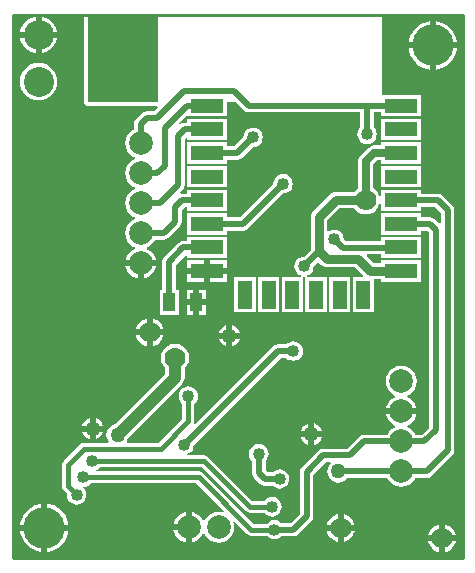
<source format=gbl>
%FSLAX25Y25*%
%MOIN*%
G70*
G01*
G75*
G04 Layer_Physical_Order=2*
G04 Layer_Color=16711680*
%ADD10R,0.05906X0.03937*%
%ADD11R,0.03937X0.05906*%
%ADD12R,0.11024X0.07874*%
%ADD13R,0.05512X0.07087*%
%ADD14R,0.07874X0.14961*%
%ADD15R,0.10000X0.20000*%
%ADD16R,0.01700X0.06600*%
%ADD17R,0.15748X0.07874*%
%ADD18R,0.10000X0.03000*%
%ADD19R,0.09000X0.15000*%
%ADD20R,0.08465X0.05000*%
%ADD21R,0.03500X0.05000*%
%ADD22R,0.04200X0.02600*%
%ADD23R,0.05512X0.06299*%
%ADD24R,0.09449X0.06299*%
%ADD25C,0.02000*%
%ADD26C,0.05000*%
%ADD27C,0.06000*%
%ADD28C,0.04500*%
%ADD29C,0.05500*%
%ADD30C,0.01500*%
%ADD31C,0.03000*%
%ADD32C,0.04000*%
%ADD33C,0.02500*%
%ADD34C,0.01000*%
%ADD35R,0.08000X0.04428*%
%ADD36R,0.07572X0.06428*%
%ADD37R,0.06500X0.08500*%
%ADD38R,0.04500X0.03500*%
%ADD39R,0.04000X0.12000*%
%ADD40R,0.04700X0.09400*%
%ADD41R,0.10000X0.05200*%
%ADD42R,0.15100X0.28000*%
%ADD43R,0.08000X0.06500*%
%ADD44R,0.07500X0.03500*%
%ADD45C,0.07874*%
%ADD46C,0.13780*%
%ADD47C,0.10000*%
%ADD48C,0.04000*%
%ADD49C,0.07000*%
%ADD50C,0.05000*%
%ADD51R,0.04724X0.09449*%
%ADD52R,0.11024X0.04724*%
%ADD53R,0.23500X0.29000*%
G36*
X139400Y-10000D02*
X-10600D01*
Y171000D01*
X-2223D01*
X-2198Y170501D01*
X-1900Y170530D01*
X-1602Y170501D01*
X-1577Y171000D01*
X13130D01*
X13376Y170700D01*
Y141700D01*
X13470Y141232D01*
X13735Y140835D01*
X14132Y140570D01*
X14600Y140477D01*
X37551D01*
X37742Y140015D01*
X36671Y138943D01*
X34100D01*
X33242Y138772D01*
X32514Y138286D01*
X30514Y136286D01*
X30028Y135558D01*
X29857Y134700D01*
Y132831D01*
X29509Y132687D01*
X28436Y131864D01*
X27613Y130791D01*
X27095Y129541D01*
X26919Y128200D01*
X27095Y126859D01*
X27613Y125609D01*
X28436Y124536D01*
X29509Y123713D01*
X30144Y123450D01*
Y122950D01*
X29509Y122687D01*
X28436Y121864D01*
X27613Y120791D01*
X27095Y119541D01*
X26919Y118200D01*
X27095Y116859D01*
X27613Y115609D01*
X28436Y114536D01*
X29509Y113713D01*
X30144Y113450D01*
Y112950D01*
X29509Y112687D01*
X28436Y111864D01*
X27613Y110791D01*
X27095Y109541D01*
X26919Y108200D01*
X27095Y106859D01*
X27613Y105609D01*
X28436Y104536D01*
X29509Y103713D01*
X30144Y103450D01*
Y102950D01*
X29509Y102687D01*
X28436Y101864D01*
X27613Y100791D01*
X27095Y99541D01*
X26919Y98200D01*
X27095Y96859D01*
X27613Y95609D01*
X28436Y94536D01*
X29509Y93713D01*
X30144Y93450D01*
Y92950D01*
X29509Y92687D01*
X28436Y91864D01*
X27613Y90791D01*
X27095Y89541D01*
X27050Y89200D01*
X37150D01*
X37105Y89541D01*
X36587Y90791D01*
X35764Y91864D01*
X34691Y92687D01*
X34056Y92950D01*
Y93450D01*
X34691Y93713D01*
X35764Y94536D01*
X36587Y95609D01*
X36731Y95957D01*
X39800D01*
X40658Y96128D01*
X41386Y96614D01*
X45186Y100414D01*
X45672Y101142D01*
X45843Y102000D01*
Y106071D01*
X46733Y106961D01*
X47609D01*
Y105642D01*
X61032D01*
Y112766D01*
X47609D01*
Y111447D01*
X45804D01*
X45550Y111397D01*
X45314Y111837D01*
X46186Y112709D01*
X46672Y113437D01*
X46843Y114295D01*
Y129750D01*
X47259Y130028D01*
X47609Y129883D01*
Y129264D01*
X61032D01*
Y136388D01*
X47609D01*
Y135069D01*
X46726D01*
X45868Y134898D01*
X45285Y134509D01*
X44968Y134896D01*
X47327Y137255D01*
X47609Y137138D01*
Y137138D01*
X47609Y137138D01*
X61032D01*
Y141800D01*
X64028D01*
X66714Y139114D01*
X66714Y139114D01*
X66714D01*
X66714Y139114D01*
X66714D01*
X66714Y139114D01*
Y139114D01*
Y139114D01*
D01*
D01*
X66714D01*
Y139114D01*
X67442Y138628D01*
X68300Y138457D01*
X105357D01*
Y133512D01*
X105318Y133482D01*
X104805Y132814D01*
X104482Y132035D01*
X104372Y131200D01*
X104482Y130365D01*
X104805Y129586D01*
X105318Y128918D01*
X105986Y128405D01*
X106765Y128082D01*
X107600Y127972D01*
X108435Y128082D01*
X109214Y128405D01*
X109882Y128918D01*
X110395Y129586D01*
X110718Y130365D01*
X110828Y131200D01*
X110718Y132035D01*
X110395Y132814D01*
X109882Y133482D01*
X109843Y133512D01*
Y138457D01*
X112176D01*
Y137138D01*
X125599D01*
Y144262D01*
X112400D01*
Y171000D01*
X139400D01*
Y-10000D01*
D02*
G37*
%LPC*%
G36*
X88000Y34791D02*
X87134Y34432D01*
X86361Y33839D01*
X85768Y33066D01*
X85409Y32200D01*
X88000D01*
Y34791D01*
D02*
G37*
G36*
X90000D02*
Y32200D01*
X92591D01*
X92232Y33066D01*
X91639Y33839D01*
X90866Y34432D01*
X90000Y34791D01*
D02*
G37*
G36*
X15100Y36691D02*
X14234Y36332D01*
X13461Y35739D01*
X12868Y34966D01*
X12509Y34100D01*
X15100D01*
Y36691D01*
D02*
G37*
G36*
X92591Y30200D02*
X90000D01*
Y27609D01*
X90866Y27968D01*
X91639Y28561D01*
X92232Y29334D01*
X92591Y30200D01*
D02*
G37*
G36*
X88000D02*
X85409D01*
X85768Y29334D01*
X86361Y28561D01*
X87134Y27968D01*
X88000Y27609D01*
Y30200D01*
D02*
G37*
G36*
X19691Y32100D02*
X17100D01*
Y29509D01*
X17966Y29868D01*
X18739Y30461D01*
X19332Y31234D01*
X19691Y32100D01*
D02*
G37*
G36*
X15100D02*
X12509D01*
X12868Y31234D01*
X13461Y30461D01*
X14234Y29868D01*
X15100Y29509D01*
Y32100D01*
D02*
G37*
G36*
X39709Y64200D02*
X36100D01*
Y60591D01*
X36327Y60621D01*
X37470Y61095D01*
X38452Y61848D01*
X39206Y62830D01*
X39679Y63973D01*
X39709Y64200D01*
D02*
G37*
G36*
X34100D02*
X30491D01*
X30521Y63973D01*
X30994Y62830D01*
X31748Y61848D01*
X32730Y61095D01*
X33873Y60621D01*
X34100Y60591D01*
Y64200D01*
D02*
G37*
G36*
X62700Y67691D02*
Y65100D01*
X65291D01*
X64932Y65966D01*
X64339Y66739D01*
X63566Y67332D01*
X62700Y67691D01*
D02*
G37*
G36*
X60700D02*
X59834Y67332D01*
X59061Y66739D01*
X58468Y65966D01*
X58109Y65100D01*
X60700D01*
Y67691D01*
D02*
G37*
G36*
X119000Y53981D02*
X117659Y53805D01*
X116409Y53287D01*
X115336Y52464D01*
X114513Y51391D01*
X113995Y50141D01*
X113819Y48800D01*
X113995Y47459D01*
X114513Y46209D01*
X115336Y45136D01*
X116409Y44313D01*
X117044Y44050D01*
Y43550D01*
X116409Y43287D01*
X115336Y42464D01*
X114513Y41391D01*
X113995Y40141D01*
X113950Y39800D01*
X124050D01*
X124005Y40141D01*
X123487Y41391D01*
X122664Y42464D01*
X121591Y43287D01*
X120956Y43550D01*
Y44050D01*
X121591Y44313D01*
X122664Y45136D01*
X123487Y46209D01*
X124005Y47459D01*
X124181Y48800D01*
X124005Y50141D01*
X123487Y51391D01*
X122664Y52464D01*
X121591Y53287D01*
X120341Y53805D01*
X119000Y53981D01*
D02*
G37*
G36*
X17100Y36691D02*
Y34100D01*
X19691D01*
X19332Y34966D01*
X18739Y35739D01*
X17966Y36332D01*
X17100Y36691D01*
D02*
G37*
G36*
X65291Y63100D02*
X62700D01*
Y60509D01*
X63566Y60868D01*
X64339Y61461D01*
X64932Y62234D01*
X65291Y63100D01*
D02*
G37*
G36*
X60700D02*
X58109D01*
X58468Y62234D01*
X59061Y61461D01*
X59834Y60868D01*
X60700Y60509D01*
Y63100D01*
D02*
G37*
G36*
X47100Y-800D02*
X43050D01*
X43095Y-1141D01*
X43613Y-2391D01*
X44436Y-3464D01*
X45509Y-4287D01*
X46759Y-4805D01*
X47100Y-4850D01*
Y-800D01*
D02*
G37*
G36*
X97800Y-1100D02*
X94191D01*
X94221Y-1327D01*
X94695Y-2470D01*
X95448Y-3452D01*
X96430Y-4205D01*
X97573Y-4679D01*
X97800Y-4709D01*
Y-1100D01*
D02*
G37*
G36*
X103409D02*
X99800D01*
Y-4709D01*
X100027Y-4679D01*
X101170Y-4205D01*
X102152Y-3452D01*
X102905Y-2470D01*
X103379Y-1327D01*
X103409Y-1100D01*
D02*
G37*
G36*
X8030Y-1000D02*
X1000D01*
Y-8030D01*
X1586Y-7973D01*
X3111Y-7510D01*
X4516Y-6759D01*
X5748Y-5748D01*
X6759Y-4516D01*
X7510Y-3111D01*
X7973Y-1586D01*
X8030Y-1000D01*
D02*
G37*
G36*
X131500Y-4500D02*
X127891D01*
X127921Y-4727D01*
X128395Y-5870D01*
X129148Y-6852D01*
X130130Y-7605D01*
X131273Y-8079D01*
X131500Y-8109D01*
Y-4500D01*
D02*
G37*
G36*
X137109D02*
X133500D01*
Y-8109D01*
X133727Y-8079D01*
X134870Y-7605D01*
X135852Y-6852D01*
X136605Y-5870D01*
X137079Y-4727D01*
X137109Y-4500D01*
D02*
G37*
G36*
X-1000Y-1000D02*
X-8030D01*
X-7973Y-1586D01*
X-7510Y-3111D01*
X-6759Y-4516D01*
X-5748Y-5748D01*
X-4516Y-6759D01*
X-3111Y-7510D01*
X-1586Y-7973D01*
X-1000Y-8030D01*
Y-1000D01*
D02*
G37*
G36*
X131500Y1109D02*
X131273Y1079D01*
X130130Y605D01*
X129148Y-148D01*
X128395Y-1130D01*
X127921Y-2273D01*
X127891Y-2500D01*
X131500D01*
Y1109D01*
D02*
G37*
G36*
X1000Y8030D02*
Y1000D01*
X8030D01*
X7973Y1586D01*
X7510Y3111D01*
X6759Y4516D01*
X5748Y5748D01*
X4516Y6759D01*
X3111Y7510D01*
X1586Y7973D01*
X1000Y8030D01*
D02*
G37*
G36*
X47100Y5250D02*
X46759Y5205D01*
X45509Y4687D01*
X44436Y3864D01*
X43613Y2791D01*
X43095Y1541D01*
X43050Y1200D01*
X47100D01*
Y5250D01*
D02*
G37*
G36*
X71500Y27928D02*
X70665Y27818D01*
X69886Y27495D01*
X69218Y26982D01*
X68705Y26314D01*
X68382Y25535D01*
X68272Y24700D01*
X68382Y23865D01*
X68705Y23086D01*
X69218Y22418D01*
X69257Y22388D01*
Y18200D01*
X69428Y17342D01*
X69914Y16614D01*
X69914Y16614D01*
X69914Y16614D01*
X71814Y14714D01*
X72542Y14228D01*
X73400Y14057D01*
X76088D01*
X76118Y14018D01*
X76786Y13505D01*
X77565Y13182D01*
X78400Y13072D01*
X79235Y13182D01*
X80014Y13505D01*
X80682Y14018D01*
X81195Y14686D01*
X81518Y15465D01*
X81628Y16300D01*
X81518Y17135D01*
X81195Y17914D01*
X80682Y18582D01*
X80014Y19095D01*
X79235Y19418D01*
X78400Y19528D01*
X77565Y19418D01*
X76786Y19095D01*
X76118Y18582D01*
X76088Y18543D01*
X74329D01*
X73743Y19129D01*
Y22388D01*
X73782Y22418D01*
X74295Y23086D01*
X74618Y23865D01*
X74728Y24700D01*
X74618Y25535D01*
X74295Y26314D01*
X73782Y26982D01*
X73114Y27495D01*
X72335Y27818D01*
X71500Y27928D01*
D02*
G37*
G36*
X-1000Y8030D02*
X-1586Y7973D01*
X-3111Y7510D01*
X-4516Y6759D01*
X-5748Y5748D01*
X-6759Y4516D01*
X-7510Y3111D01*
X-7973Y1586D01*
X-8030Y1000D01*
X-1000D01*
Y8030D01*
D02*
G37*
G36*
X133500Y1109D02*
Y-2500D01*
X137109D01*
X137079Y-2273D01*
X136605Y-1130D01*
X135852Y-148D01*
X134870Y605D01*
X133727Y1079D01*
X133500Y1109D01*
D02*
G37*
G36*
X97800Y4509D02*
X97573Y4479D01*
X96430Y4005D01*
X95448Y3252D01*
X94695Y2270D01*
X94221Y1127D01*
X94191Y900D01*
X97800D01*
Y4509D01*
D02*
G37*
G36*
X99800D02*
Y900D01*
X103409D01*
X103379Y1127D01*
X102905Y2270D01*
X102152Y3252D01*
X101170Y4005D01*
X100027Y4479D01*
X99800Y4509D01*
D02*
G37*
G36*
X34100Y69809D02*
X33873Y69779D01*
X32730Y69305D01*
X31748Y68552D01*
X30994Y67570D01*
X30521Y66427D01*
X30491Y66200D01*
X34100D01*
Y69809D01*
D02*
G37*
G36*
X69600Y133428D02*
X68765Y133318D01*
X67986Y132995D01*
X67318Y132482D01*
X66805Y131814D01*
X66482Y131035D01*
X66372Y130200D01*
X66379Y130151D01*
X63423Y127195D01*
X61032D01*
Y128514D01*
X47609D01*
Y121390D01*
X61032D01*
Y122709D01*
X64352D01*
X65210Y122880D01*
X65938Y123366D01*
X65938Y123366D01*
X65938Y123366D01*
X69551Y126979D01*
X69600Y126972D01*
X70435Y127082D01*
X71214Y127405D01*
X71882Y127918D01*
X72395Y128586D01*
X72718Y129365D01*
X72828Y130200D01*
X72718Y131035D01*
X72395Y131814D01*
X71882Y132482D01*
X71214Y132995D01*
X70435Y133318D01*
X69600Y133428D01*
D02*
G37*
G36*
X125599Y136388D02*
X112176D01*
Y129264D01*
X125599D01*
Y136388D01*
D02*
G37*
G36*
X-1900Y154930D02*
X-3115Y154810D01*
X-4284Y154456D01*
X-5361Y153880D01*
X-6305Y153105D01*
X-7080Y152161D01*
X-7656Y151084D01*
X-8010Y149915D01*
X-8130Y148700D01*
X-8010Y147485D01*
X-7656Y146316D01*
X-7080Y145239D01*
X-6305Y144295D01*
X-5361Y143520D01*
X-4284Y142944D01*
X-3115Y142590D01*
X-1900Y142470D01*
X-685Y142590D01*
X484Y142944D01*
X1561Y143520D01*
X2505Y144295D01*
X3280Y145239D01*
X3856Y146316D01*
X4210Y147485D01*
X4330Y148700D01*
X4210Y149915D01*
X3856Y151084D01*
X3280Y152161D01*
X2505Y153105D01*
X1561Y153880D01*
X484Y154456D01*
X-685Y154810D01*
X-1900Y154930D01*
D02*
G37*
G36*
X125599Y128514D02*
X112176D01*
Y127450D01*
X109852D01*
X109055Y127291D01*
X108896Y127260D01*
X108086Y126718D01*
X105334Y123966D01*
X104792Y123156D01*
X104602Y122200D01*
Y113207D01*
X103748Y112552D01*
X103265Y111923D01*
X97100D01*
X96395Y111830D01*
X96010Y111671D01*
X95738Y111558D01*
X95174Y111126D01*
X89674Y105626D01*
X89241Y105062D01*
X88969Y104405D01*
X88877Y103700D01*
Y92649D01*
X86649Y90421D01*
X86600Y90428D01*
X85765Y90318D01*
X84986Y89995D01*
X84318Y89482D01*
X83805Y88814D01*
X83482Y88035D01*
X83372Y87200D01*
X83482Y86365D01*
X83805Y85586D01*
X84318Y84918D01*
X84986Y84405D01*
X85667Y84123D01*
X85570Y83632D01*
X79105D01*
Y71784D01*
X86229D01*
Y83632D01*
X86229Y83632D01*
X86229D01*
X86237Y83694D01*
X86600Y83972D01*
X86971Y83687D01*
X86979Y83632D01*
X86979Y83632D01*
X86979Y83632D01*
Y71784D01*
X94103D01*
Y83632D01*
X87630D01*
X87533Y84123D01*
X88214Y84405D01*
X88882Y84918D01*
X89395Y85586D01*
X89718Y86365D01*
X89828Y87200D01*
X89821Y87249D01*
X91010Y88438D01*
X91510D01*
X92174Y87774D01*
X92738Y87341D01*
X93395Y87069D01*
X93477Y87059D01*
X94100Y86977D01*
X103472D01*
X106354Y84094D01*
X106163Y83632D01*
X102727D01*
Y71784D01*
X109851D01*
Y82859D01*
X112176D01*
Y82020D01*
X125599D01*
Y89144D01*
X112176D01*
Y88305D01*
X109846D01*
X107456Y90695D01*
X107648Y91157D01*
X112176D01*
Y89894D01*
X125599D01*
Y97018D01*
X112176D01*
Y95643D01*
X100329D01*
X99821Y96151D01*
X99828Y96200D01*
X99718Y97035D01*
X99395Y97814D01*
X98882Y98482D01*
X98214Y98995D01*
X97435Y99318D01*
X96600Y99428D01*
X95765Y99318D01*
X94986Y98995D01*
X94772Y98831D01*
X94323Y99052D01*
Y102572D01*
X98228Y106477D01*
X103265D01*
X103748Y105848D01*
X104730Y105095D01*
X105873Y104621D01*
X107100Y104459D01*
X108327Y104621D01*
X109470Y105095D01*
X110452Y105848D01*
X111205Y106830D01*
X111679Y107973D01*
X112176Y107908D01*
Y105642D01*
X125599D01*
Y106961D01*
X130167D01*
X132157Y104971D01*
Y101469D01*
X131695Y101277D01*
X130056Y102916D01*
X129329Y103402D01*
X128470Y103573D01*
X125599D01*
Y104892D01*
X112176D01*
Y97768D01*
X125599D01*
Y99087D01*
X127541D01*
X128157Y98471D01*
Y33410D01*
X125790Y31043D01*
X123631D01*
X123487Y31391D01*
X122664Y32464D01*
X121591Y33287D01*
X120956Y33550D01*
Y34050D01*
X121591Y34313D01*
X122664Y35136D01*
X123487Y36209D01*
X124005Y37459D01*
X124050Y37800D01*
X113950D01*
X113995Y37459D01*
X114513Y36209D01*
X115336Y35136D01*
X116409Y34313D01*
X117044Y34050D01*
Y33550D01*
X116409Y33287D01*
X115336Y32464D01*
X114513Y31391D01*
X114369Y31043D01*
X106500D01*
X105642Y30872D01*
X104914Y30386D01*
X100971Y26443D01*
X93000D01*
X92142Y26272D01*
X91414Y25786D01*
X85814Y20186D01*
X85328Y19458D01*
X85157Y18600D01*
Y4729D01*
X82071Y1643D01*
X79012D01*
X78982Y1682D01*
X78314Y2195D01*
X77535Y2518D01*
X76700Y2628D01*
X75865Y2518D01*
X75086Y2195D01*
X74418Y1682D01*
X74192Y1388D01*
X69723D01*
X52906Y18206D01*
X52261Y18637D01*
X51500Y18788D01*
X17407D01*
X17309Y19279D01*
X17614Y19405D01*
X18282Y19918D01*
X18508Y20212D01*
X52477D01*
X67094Y5594D01*
X67094Y5594D01*
X67094D01*
X67094Y5594D01*
X67094D01*
X67094Y5594D01*
Y5594D01*
Y5594D01*
D01*
D01*
X67094D01*
Y5594D01*
X67739Y5163D01*
X68500Y5012D01*
X73392D01*
X73618Y4718D01*
X74286Y4205D01*
X75065Y3882D01*
X75900Y3772D01*
X76735Y3882D01*
X77514Y4205D01*
X78182Y4718D01*
X78695Y5386D01*
X79018Y6165D01*
X79128Y7000D01*
X79018Y7835D01*
X78695Y8614D01*
X78182Y9282D01*
X77514Y9795D01*
X76735Y10118D01*
X75900Y10228D01*
X75065Y10118D01*
X74286Y9795D01*
X73618Y9282D01*
X73392Y8988D01*
X69323D01*
X54706Y23606D01*
X54061Y24037D01*
X53300Y24188D01*
X47765D01*
X47668Y24679D01*
X48214Y24905D01*
X48882Y25418D01*
X49395Y26086D01*
X49718Y26865D01*
X49828Y27700D01*
X49821Y27749D01*
X78729Y56657D01*
X80688D01*
X80718Y56618D01*
X81386Y56105D01*
X82165Y55782D01*
X83000Y55672D01*
X83835Y55782D01*
X84614Y56105D01*
X85282Y56618D01*
X85795Y57286D01*
X86118Y58065D01*
X86228Y58900D01*
X86118Y59735D01*
X85795Y60514D01*
X85282Y61182D01*
X84614Y61695D01*
X83835Y62018D01*
X83000Y62128D01*
X82165Y62018D01*
X81386Y61695D01*
X80718Y61182D01*
X80688Y61143D01*
X77800D01*
X76942Y60972D01*
X76214Y60486D01*
X50170Y34442D01*
X49784Y34760D01*
X49837Y34839D01*
X49988Y35600D01*
Y41392D01*
X50282Y41618D01*
X50795Y42286D01*
X51118Y43065D01*
X51228Y43900D01*
X51118Y44735D01*
X50795Y45514D01*
X50282Y46182D01*
X49614Y46695D01*
X48835Y47018D01*
X48000Y47128D01*
X47165Y47018D01*
X46386Y46695D01*
X45718Y46182D01*
X45205Y45514D01*
X44882Y44735D01*
X44772Y43900D01*
X44882Y43065D01*
X45205Y42286D01*
X45718Y41618D01*
X46012Y41392D01*
Y36424D01*
X37977Y28388D01*
X27625D01*
X27404Y28837D01*
X27632Y29134D01*
X28005Y30034D01*
X28006Y30041D01*
X45782Y47818D01*
X46295Y48486D01*
X46618Y49265D01*
X46618Y49265D01*
X46618Y49265D01*
X46728Y50100D01*
Y53152D01*
X46852Y53248D01*
X47605Y54230D01*
X48079Y55373D01*
X48241Y56600D01*
X48079Y57827D01*
X47605Y58970D01*
X46852Y59952D01*
X45870Y60705D01*
X44727Y61179D01*
X43500Y61341D01*
X42273Y61179D01*
X41130Y60705D01*
X40148Y59952D01*
X39395Y58970D01*
X38921Y57827D01*
X38759Y56600D01*
X38921Y55373D01*
X39395Y54230D01*
X40148Y53248D01*
X40272Y53152D01*
Y51437D01*
X23441Y34606D01*
X23434Y34605D01*
X22534Y34232D01*
X21761Y33639D01*
X21168Y32866D01*
X20795Y31966D01*
X20668Y31000D01*
X20795Y30034D01*
X21168Y29134D01*
X21396Y28837D01*
X21175Y28388D01*
X13200D01*
X12439Y28237D01*
X11794Y27806D01*
X6394Y22406D01*
X5963Y21761D01*
X5812Y21000D01*
Y14000D01*
X5812Y14000D01*
X5812D01*
X5963Y13239D01*
X6394Y12594D01*
X7621Y11367D01*
X7572Y11000D01*
X7682Y10165D01*
X8005Y9386D01*
X8518Y8718D01*
X9186Y8205D01*
X9965Y7882D01*
X10800Y7772D01*
X11635Y7882D01*
X12414Y8205D01*
X13082Y8718D01*
X13595Y9386D01*
X13918Y10165D01*
X14028Y11000D01*
X13918Y11835D01*
X13595Y12614D01*
X13082Y13282D01*
X12853Y13458D01*
X12900Y13572D01*
X13735Y13682D01*
X14514Y14005D01*
X15182Y14518D01*
X15408Y14812D01*
X50677D01*
X59973Y5515D01*
X59695Y5099D01*
X59441Y5205D01*
X58100Y5381D01*
X56759Y5205D01*
X55509Y4687D01*
X54436Y3864D01*
X53613Y2791D01*
X53350Y2156D01*
X52850D01*
X52587Y2791D01*
X51764Y3864D01*
X50691Y4687D01*
X49441Y5205D01*
X49100Y5250D01*
Y199D01*
Y-4850D01*
X49441Y-4805D01*
X50691Y-4287D01*
X51764Y-3464D01*
X52587Y-2391D01*
X52850Y-1756D01*
X53350D01*
X53613Y-2391D01*
X54436Y-3464D01*
X55509Y-4287D01*
X56759Y-4805D01*
X58100Y-4981D01*
X59441Y-4805D01*
X60691Y-4287D01*
X61764Y-3464D01*
X62587Y-2391D01*
X63105Y-1141D01*
X63281Y200D01*
X63105Y1541D01*
X62999Y1795D01*
X63415Y2073D01*
X67494Y-2006D01*
X67494Y-2006D01*
X67494D01*
X67494Y-2006D01*
X67494D01*
X67494Y-2006D01*
Y-2006D01*
Y-2006D01*
D01*
D01*
X67494D01*
Y-2006D01*
X68139Y-2437D01*
X68900Y-2588D01*
X74192D01*
X74418Y-2882D01*
X75086Y-3395D01*
X75865Y-3718D01*
X76700Y-3828D01*
X77535Y-3718D01*
X78314Y-3395D01*
X78982Y-2882D01*
X79012Y-2843D01*
X83000D01*
X83858Y-2672D01*
X84586Y-2186D01*
X84586Y-2186D01*
X84586Y-2186D01*
X88986Y2214D01*
X88986Y2214D01*
X88986Y2214D01*
X89472Y2942D01*
X89643Y3800D01*
Y17671D01*
X93929Y21957D01*
X95258D01*
X95419Y21483D01*
X95361Y21439D01*
X94768Y20666D01*
X94395Y19766D01*
X94268Y18800D01*
X94395Y17834D01*
X94768Y16934D01*
X95361Y16161D01*
X96134Y15568D01*
X97034Y15195D01*
X98000Y15068D01*
X98966Y15195D01*
X99866Y15568D01*
X100639Y16161D01*
X100943Y16557D01*
X114369D01*
X114513Y16209D01*
X115336Y15136D01*
X116409Y14313D01*
X117659Y13795D01*
X119000Y13619D01*
X120341Y13795D01*
X121591Y14313D01*
X122664Y15136D01*
X123487Y16209D01*
X123631Y16557D01*
X127400D01*
X128258Y16728D01*
X128986Y17214D01*
X135986Y24214D01*
X136472Y24942D01*
X136472Y24942D01*
X136472Y24942D01*
X136643Y25800D01*
Y105900D01*
X136472Y106758D01*
X135986Y107486D01*
X132682Y110790D01*
X131955Y111276D01*
X131096Y111447D01*
X125599D01*
Y112766D01*
X112176D01*
Y110492D01*
X111679Y110427D01*
X111205Y111570D01*
X110452Y112552D01*
X109598Y113207D01*
Y121165D01*
X110887Y122454D01*
X112176D01*
Y121390D01*
X125599D01*
Y128514D01*
D02*
G37*
G36*
X79600Y117928D02*
X78765Y117818D01*
X77986Y117495D01*
X77318Y116982D01*
X76805Y116314D01*
X76482Y115535D01*
X76372Y114700D01*
X76379Y114651D01*
X65301Y103573D01*
X61032D01*
Y104892D01*
X47609D01*
Y97768D01*
X61032D01*
Y99087D01*
X66230D01*
X67088Y99258D01*
X67816Y99744D01*
X67816Y99744D01*
X67816Y99744D01*
X79551Y111479D01*
X79600Y111472D01*
X80435Y111582D01*
X81214Y111905D01*
X81882Y112418D01*
X82395Y113086D01*
X82718Y113865D01*
X82828Y114700D01*
X82718Y115535D01*
X82395Y116314D01*
X81882Y116982D01*
X81214Y117495D01*
X80435Y117818D01*
X79600Y117928D01*
D02*
G37*
G36*
X61032Y120640D02*
X47609D01*
Y113516D01*
X61032D01*
Y120640D01*
D02*
G37*
G36*
X125599D02*
X112176D01*
Y113516D01*
X125599D01*
Y120640D01*
D02*
G37*
G36*
X128500Y159800D02*
X121470D01*
X121527Y159214D01*
X121990Y157689D01*
X122741Y156284D01*
X123752Y155052D01*
X124984Y154041D01*
X126389Y153290D01*
X127914Y152827D01*
X128500Y152770D01*
Y159800D01*
D02*
G37*
G36*
X130500Y168830D02*
Y161800D01*
X137530D01*
X137473Y162386D01*
X137010Y163911D01*
X136259Y165316D01*
X135248Y166548D01*
X134016Y167559D01*
X132611Y168310D01*
X131086Y168773D01*
X130500Y168830D01*
D02*
G37*
G36*
X-2900Y170431D02*
X-3115Y170410D01*
X-4284Y170056D01*
X-5361Y169480D01*
X-6305Y168705D01*
X-7080Y167761D01*
X-7656Y166684D01*
X-8010Y165515D01*
X-8032Y165300D01*
X-2900D01*
Y170431D01*
D02*
G37*
G36*
X-900D02*
Y165300D01*
X4231D01*
X4210Y165515D01*
X3856Y166684D01*
X3280Y167761D01*
X2505Y168705D01*
X1561Y169480D01*
X484Y170056D01*
X-685Y170410D01*
X-900Y170431D01*
D02*
G37*
G36*
X128500Y168830D02*
X127914Y168773D01*
X126389Y168310D01*
X124984Y167559D01*
X123752Y166548D01*
X122741Y165316D01*
X121990Y163911D01*
X121527Y162386D01*
X121470Y161800D01*
X128500D01*
Y168830D01*
D02*
G37*
G36*
X137530Y159800D02*
X130500D01*
Y152770D01*
X131086Y152827D01*
X132611Y153290D01*
X134016Y154041D01*
X135248Y155052D01*
X136259Y156284D01*
X137010Y157689D01*
X137473Y159214D01*
X137530Y159800D01*
D02*
G37*
G36*
X-2900Y163300D02*
X-8032D01*
X-8010Y163085D01*
X-7656Y161916D01*
X-7080Y160839D01*
X-6305Y159895D01*
X-5361Y159120D01*
X-4284Y158544D01*
X-3115Y158190D01*
X-2900Y158168D01*
Y163300D01*
D02*
G37*
G36*
X4231D02*
X-900D01*
Y158168D01*
X-685Y158190D01*
X484Y158544D01*
X1561Y159120D01*
X2505Y159895D01*
X3280Y160839D01*
X3856Y161916D01*
X4210Y163085D01*
X4231Y163300D01*
D02*
G37*
G36*
X78355Y83632D02*
X71231D01*
Y71784D01*
X78355D01*
Y83632D01*
D02*
G37*
G36*
X101977D02*
X94853D01*
Y71784D01*
X101977D01*
Y83632D01*
D02*
G37*
G36*
X49600Y79353D02*
X47431D01*
Y76200D01*
X49600D01*
Y79353D01*
D02*
G37*
G36*
X70481Y83632D02*
X63357D01*
Y71784D01*
X70481D01*
Y83632D01*
D02*
G37*
G36*
X36100Y69809D02*
Y66200D01*
X39709D01*
X39679Y66427D01*
X39206Y67570D01*
X38452Y68552D01*
X37470Y69305D01*
X36327Y69779D01*
X36100Y69809D01*
D02*
G37*
G36*
X49600Y74200D02*
X47431D01*
Y71047D01*
X49600D01*
Y74200D01*
D02*
G37*
G36*
X53768D02*
X51600D01*
Y71047D01*
X53768D01*
Y74200D01*
D02*
G37*
G36*
Y79353D02*
X51600D01*
Y76200D01*
X53768D01*
Y79353D01*
D02*
G37*
G36*
X53320Y89144D02*
X47609D01*
Y86582D01*
X53320D01*
Y89144D01*
D02*
G37*
G36*
X61032D02*
X55321D01*
Y86582D01*
X61032D01*
Y89144D01*
D02*
G37*
G36*
Y97018D02*
X47609D01*
Y95699D01*
X46356D01*
X45498Y95528D01*
X44770Y95042D01*
X40014Y90286D01*
X39528Y89558D01*
X39357Y88700D01*
Y79353D01*
X38432D01*
Y71047D01*
X44769D01*
Y79353D01*
X43843D01*
Y87771D01*
X47147Y91075D01*
X47609Y90883D01*
Y89894D01*
X61032D01*
Y97018D01*
D02*
G37*
G36*
X37150Y87200D02*
X33100D01*
Y83150D01*
X33441Y83195D01*
X34691Y83713D01*
X35764Y84536D01*
X36587Y85609D01*
X37105Y86859D01*
X37150Y87200D01*
D02*
G37*
G36*
X53320Y84582D02*
X47609D01*
Y82020D01*
X53320D01*
Y84582D01*
D02*
G37*
G36*
X61032D02*
X55321D01*
Y82020D01*
X61032D01*
Y84582D01*
D02*
G37*
G36*
X31100Y87200D02*
X27050D01*
X27095Y86859D01*
X27613Y85609D01*
X28436Y84536D01*
X29509Y83713D01*
X30759Y83195D01*
X31100Y83150D01*
Y87200D01*
D02*
G37*
%LPD*%
D11*
X50600Y75200D02*
D03*
X41600D02*
D03*
D25*
X68300Y140700D02*
X107600D01*
X63300Y145700D02*
X68300Y140700D01*
X46600Y145700D02*
X63300D01*
X107600Y131200D02*
Y140700D01*
X118887D01*
X39800Y98200D02*
X43600Y102000D01*
Y107000D01*
X45804Y109204D01*
X54321D01*
X32100Y98200D02*
X39800D01*
X44600Y114295D02*
Y130700D01*
X38505Y108200D02*
X44600Y114295D01*
X32100Y108200D02*
X38505D01*
X41600Y75200D02*
Y88700D01*
X46356Y93456D02*
X54321D01*
X41600Y88700D02*
X46356Y93456D01*
X54321Y101330D02*
X66230D01*
X79600Y114700D01*
X86600Y87200D02*
X91600Y92200D01*
X47600Y140700D02*
X54321D01*
X40100Y133200D02*
X47600Y140700D01*
X40100Y120700D02*
Y133200D01*
X46726Y132826D02*
X54321D01*
X44600Y130700D02*
X46726Y132826D01*
X37600Y136700D02*
X46600Y145700D01*
X32100Y128200D02*
Y134700D01*
X34100Y136700D01*
X37600D01*
X32100Y118200D02*
X37600D01*
X40100Y120700D01*
X77800Y58900D02*
X83000D01*
X130400Y32481D02*
Y99400D01*
X87400Y3800D02*
Y18600D01*
X83000Y-600D02*
X87400Y3800D01*
X73400Y16300D02*
X78400D01*
X71500Y18200D02*
X73400Y16300D01*
X71500Y18200D02*
Y24700D01*
X76700Y-600D02*
X83000D01*
X46600Y27700D02*
X77800Y58900D01*
X54321Y124952D02*
X64352D01*
X69600Y130200D01*
X128470Y101330D02*
X130400Y99400D01*
X118887Y101330D02*
X128470D01*
X131096Y109204D02*
X134400Y105900D01*
X118887Y109204D02*
X131096D01*
X99400Y93400D02*
X118887D01*
X96600Y96200D02*
X96800D01*
X96600D02*
X99400Y93400D01*
X98000Y18800D02*
X119000D01*
X106500Y28800D02*
X119000D01*
X126719D02*
X130400Y32481D01*
X119000Y28800D02*
X126719D01*
X119000Y18800D02*
X127400D01*
X134400Y25800D01*
Y105900D01*
X87400Y18600D02*
X93000Y24200D01*
X101900D01*
X106500Y28800D01*
D30*
X38800Y26400D02*
X48000Y35600D01*
X13200Y26400D02*
X38800D01*
X7800Y21000D02*
X13200Y26400D01*
X12900Y16800D02*
X51500D01*
X7800Y14000D02*
X10800Y11000D01*
X7800Y14000D02*
Y21000D01*
X68900Y-600D02*
X76700D01*
X51500Y16800D02*
X68900Y-600D01*
X68500Y7000D02*
X75900D01*
X53300Y22200D02*
X68500Y7000D01*
X16000Y22200D02*
X53300D01*
X48000Y35600D02*
Y43900D01*
D31*
X97100Y109200D02*
X107100D01*
X91600Y103700D02*
X97100Y109200D01*
X91600Y92200D02*
Y103700D01*
X108718Y85582D02*
X118887D01*
X91600Y92200D02*
X94100Y89700D01*
X104600D01*
X108718Y85582D01*
D32*
X43500Y50100D02*
Y56600D01*
X24400Y31000D02*
X43500Y50100D01*
D33*
X107100Y109200D02*
Y122200D01*
X109852Y124952D01*
X118887D01*
D34*
X139500Y-10000D02*
Y171000D01*
X-10500Y-10000D02*
X139500D01*
X-10500Y171000D02*
X139500D01*
X-10500Y-10000D02*
Y171000D01*
D45*
X32100Y98200D02*
D03*
Y108200D02*
D03*
Y118200D02*
D03*
Y128200D02*
D03*
Y88200D02*
D03*
X119000Y18800D02*
D03*
Y28800D02*
D03*
Y38800D02*
D03*
Y48800D02*
D03*
X58100Y200D02*
D03*
X48100D02*
D03*
D46*
X0Y0D02*
D03*
X129500Y160800D02*
D03*
D47*
X-1900Y148700D02*
D03*
Y164300D02*
D03*
D48*
X79600Y114700D02*
D03*
X86600Y87200D02*
D03*
X12900Y16800D02*
D03*
X78400Y16300D02*
D03*
X71500Y24700D02*
D03*
X76700Y-600D02*
D03*
X75900Y7000D02*
D03*
X48000Y43900D02*
D03*
X16000Y22200D02*
D03*
X34000Y146000D02*
D03*
X26000D02*
D03*
X30000Y151000D02*
D03*
X34000Y156200D02*
D03*
X26000D02*
D03*
X30000Y161000D02*
D03*
X34000Y166000D02*
D03*
X26000D02*
D03*
X69600Y130200D02*
D03*
X10800Y11000D02*
D03*
X46600Y27700D02*
D03*
X83000Y58900D02*
D03*
X107600Y131200D02*
D03*
X96600Y96200D02*
D03*
D49*
X35100Y65200D02*
D03*
X132500Y-3500D02*
D03*
X98800Y-100D02*
D03*
X107100Y109200D02*
D03*
X43500Y56600D02*
D03*
D50*
X98000Y18800D02*
D03*
X89000Y31200D02*
D03*
X16100Y33100D02*
D03*
X24400Y31000D02*
D03*
X61700Y64100D02*
D03*
D51*
X66919Y77708D02*
D03*
X74793D02*
D03*
X82667D02*
D03*
X90541D02*
D03*
X98415D02*
D03*
X106289D02*
D03*
D52*
X118887Y85582D02*
D03*
Y93456D02*
D03*
Y101330D02*
D03*
Y109204D02*
D03*
Y117078D02*
D03*
Y124952D02*
D03*
Y132826D02*
D03*
Y140700D02*
D03*
X54321D02*
D03*
Y132826D02*
D03*
Y124952D02*
D03*
Y117078D02*
D03*
Y109204D02*
D03*
Y101330D02*
D03*
Y93456D02*
D03*
Y85582D02*
D03*
D53*
X26350Y156200D02*
D03*
M02*

</source>
